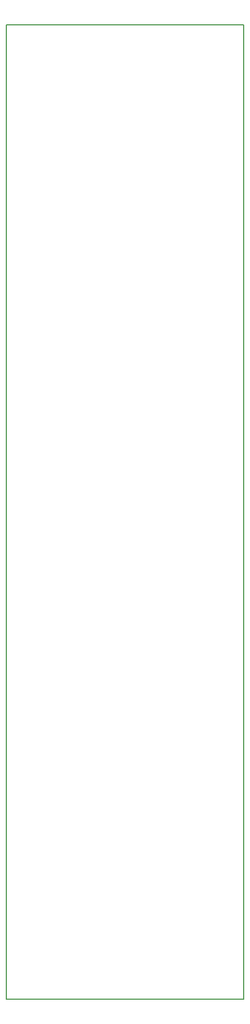
<source format=gbr>
G04 #@! TF.FileFunction,Profile,NP*
%FSLAX46Y46*%
G04 Gerber Fmt 4.6, Leading zero omitted, Abs format (unit mm)*
G04 Created by KiCad (PCBNEW 4.0.1-stable) date 07-10-2017 22:38:10*
%MOMM*%
G01*
G04 APERTURE LIST*
%ADD10C,0.100000*%
%ADD11C,0.150000*%
G04 APERTURE END LIST*
D10*
D11*
X231775000Y-272415000D02*
X231775000Y-116205000D01*
X269875000Y-272415000D02*
X231775000Y-272415000D01*
X269875000Y-116205000D02*
X269875000Y-272415000D01*
X231775000Y-116205000D02*
X269875000Y-116205000D01*
M02*

</source>
